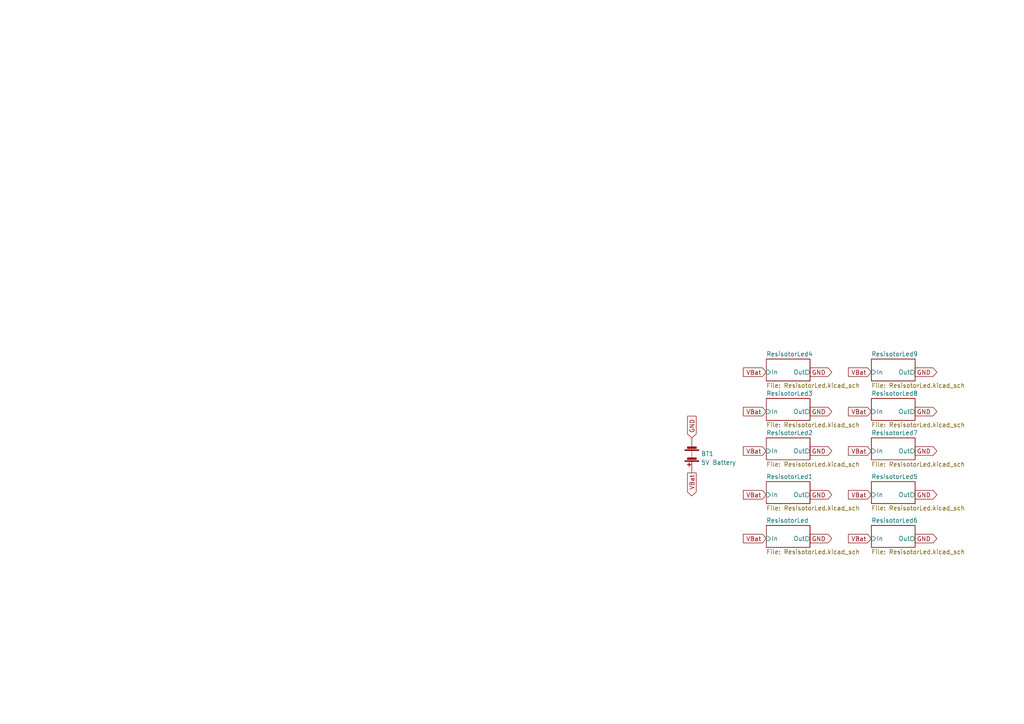
<source format=kicad_sch>
(kicad_sch (version 20211123) (generator eeschema)
  (paper "A4")
  (lib_symbols
    (symbol "Device:Battery" (pin_numbers hide) (pin_names (offset 0) hide)
      (property "Reference" "BT" (at 2.54 2.54 0))
      (property "Value" "Battery" (at 2.54 0 0))
      (symbol "Battery_0_1"
        (rectangle (start -2.032 -1.397) (end 2.032 -1.651) (fill (type outline)))
        (rectangle (start -2.032 1.778) (end 2.032 1.524) (fill (type outline)))
        (rectangle (start -1.3208 -1.9812) (end 1.27 -2.4892) (fill (type outline)))
        (rectangle (start -1.3208 1.1938) (end 1.27 0.6858) (fill (type outline)))
        (polyline (pts (xy 0 -1.524) (xy 0 -1.27)))
        (polyline (pts (xy 0 -1.016) (xy 0 -0.762)))
        (polyline (pts (xy 0 -0.508) (xy 0 -0.254)))
        (polyline (pts (xy 0 0) (xy 0 0.254)))
        (polyline (pts (xy 0 0.508) (xy 0 0.762)))
        (polyline (pts (xy 0 1.778) (xy 0 2.54)))
        (polyline (pts (xy 0.254 2.667) (xy 1.27 2.667)) (stroke (width 0.254)))
        (polyline (pts (xy 0.762 3.175) (xy 0.762 2.159)) (stroke (width 0.254)))
      )
      (symbol "Battery_1_1"
        (pin passive line (at 0 5.08 270) (length 2.54) (name "+") (number "1"))
        (pin passive line (at 0 -5.08 90) (length 2.54) (name "-") (number "2"))
      )
    )
  )
  (global_label "VBat" (shape output) (at 200.66 137.16 270) (property "Intersheet References" "${INTERSHEET_REFS}" (effects hide)))
  (global_label "GND" (shape output) (at 265.43 143.51 0) (property "Intersheet References" "${INTERSHEET_REFS}" (effects hide)))
  (global_label "VBat" (shape input) (at 252.73 143.51 180) (property "Intersheet References" "${INTERSHEET_REFS}" (effects hide)))
  (global_label "GND" (shape input) (at 200.66 127 90) (property "Intersheet References" "${INTERSHEET_REFS}" (effects hide)))
  (global_label "VBat" (shape input) (at 222.25 143.51 180) (property "Intersheet References" "${INTERSHEET_REFS}" (effects hide)))
  (global_label "VBat" (shape input) (at 252.73 156.21 180) (property "Intersheet References" "${INTERSHEET_REFS}" (effects hide)))
  (global_label "GND" (shape output) (at 234.95 119.38 0) (property "Intersheet References" "${INTERSHEET_REFS}" (effects hide)))
  (global_label "GND" (shape output) (at 234.95 107.95 0) (property "Intersheet References" "${INTERSHEET_REFS}" (effects hide)))
  (global_label "GND" (shape output) (at 234.95 156.21 0) (property "Intersheet References" "${INTERSHEET_REFS}" (effects hide)))
  (global_label "GND" (shape output) (at 265.43 107.95 0) (property "Intersheet References" "${INTERSHEET_REFS}" (effects hide)))
  (global_label "GND" (shape output) (at 265.43 156.21 0) (property "Intersheet References" "${INTERSHEET_REFS}" (effects hide)))
  (global_label "GND" (shape output) (at 234.95 143.51 0) (property "Intersheet References" "${INTERSHEET_REFS}" (effects hide)))
  (global_label "VBat" (shape input) (at 252.73 119.38 180) (property "Intersheet References" "${INTERSHEET_REFS}" (effects hide)))
  (global_label "VBat" (shape input) (at 222.25 156.21 180) (property "Intersheet References" "${INTERSHEET_REFS}" (effects hide)))
  (global_label "VBat" (shape input) (at 222.25 130.81 180) (property "Intersheet References" "${INTERSHEET_REFS}" (effects hide)))
  (global_label "VBat" (shape input) (at 222.25 107.95 180) (property "Intersheet References" "${INTERSHEET_REFS}" (effects hide)))
  (global_label "GND" (shape output) (at 265.43 119.38 0) (property "Intersheet References" "${INTERSHEET_REFS}" (effects hide)))
  (global_label "VBat" (shape input) (at 252.73 130.81 180) (property "Intersheet References" "${INTERSHEET_REFS}" (effects hide)))
  (global_label "VBat" (shape input) (at 222.25 119.38 180) (property "Intersheet References" "${INTERSHEET_REFS}" (effects hide)))
  (global_label "GND" (shape output) (at 265.43 130.81 0) (property "Intersheet References" "${INTERSHEET_REFS}" (effects hide)))
  (global_label "GND" (shape output) (at 234.95 130.81 0) (property "Intersheet References" "${INTERSHEET_REFS}" (effects hide)))
  (global_label "VBat" (shape input) (at 252.73 107.95 180) (property "Intersheet References" "${INTERSHEET_REFS}" (effects hide)))
  (symbol (lib_id "Device:Battery") (at 200.66 132.08 180) (unit 1)
    (property "Reference" "BT1" (at 203.327 131.6263 0) (effects (justify right)))
    (property "Value" "5V Battery" (at 203.327 134.1632 0) (effects (justify right)))
    (property "Footprint" "Battery:BatteryHolder_Keystone_1042_1x18650" (effects hide))
  )
  (sheet (at 222.25 139.7) (size 12.7 6.35) (stroke (width 0.1524))
    (property "Sheet name" "ResisotorLed1" (at 222.25 138.9884 0) (effects (justify left bottom)))
    (property "Sheet file" "ResisotorLed.kicad_sch" (at 222.25 146.6346 0) (effects (justify left top)))
    (pin "In" input (at 222.25 143.51 180))
    (pin "Out" output (at 234.95 143.51 0))
  )
  (sheet (at 252.73 127) (size 12.7 6.35) (stroke (width 0.1524))
    (property "Sheet name" "ResisotorLed7" (at 252.73 126.2884 0) (effects (justify left bottom)))
    (property "Sheet file" "ResisotorLed.kicad_sch" (at 252.73 133.9346 0) (effects (justify left top)))
    (pin "In" input (at 252.73 130.81 180))
    (pin "Out" output (at 265.43 130.81 0))
  )
  (sheet (at 252.73 104.14) (size 12.7 6.35) (stroke (width 0.1524))
    (property "Sheet name" "ResisotorLed9" (at 252.73 103.4284 0) (effects (justify left bottom)))
    (property "Sheet file" "ResisotorLed.kicad_sch" (at 252.73 111.0746 0) (effects (justify left top)))
    (pin "In" input (at 252.73 107.95 180))
    (pin "Out" output (at 265.43 107.95 0))
  )
  (sheet (at 222.25 104.14) (size 12.7 6.35) (stroke (width 0.1524))
    (property "Sheet name" "ResisotorLed4" (at 222.25 103.4284 0) (effects (justify left bottom)))
    (property "Sheet file" "ResisotorLed.kicad_sch" (at 222.25 111.0746 0) (effects (justify left top)))
    (pin "In" input (at 222.25 107.95 180))
    (pin "Out" output (at 234.95 107.95 0))
  )
  (sheet (at 252.73 115.57) (size 12.7 6.35) (stroke (width 0.1524))
    (property "Sheet name" "ResisotorLed8" (at 252.73 114.8584 0) (effects (justify left bottom)))
    (property "Sheet file" "ResisotorLed.kicad_sch" (at 252.73 122.5046 0) (effects (justify left top)))
    (pin "In" input (at 252.73 119.38 180))
    (pin "Out" output (at 265.43 119.38 0))
  )
  (sheet (at 222.25 115.57) (size 12.7 6.35) (stroke (width 0.1524))
    (property "Sheet name" "ResisotorLed3" (at 222.25 114.8584 0) (effects (justify left bottom)))
    (property "Sheet file" "ResisotorLed.kicad_sch" (at 222.25 122.5046 0) (effects (justify left top)))
    (pin "In" input (at 222.25 119.38 180))
    (pin "Out" output (at 234.95 119.38 0))
  )
  (sheet (at 252.73 139.7) (size 12.7 6.35) (stroke (width 0.1524))
    (property "Sheet name" "ResisotorLed5" (at 252.73 138.9884 0) (effects (justify left bottom)))
    (property "Sheet file" "ResisotorLed.kicad_sch" (at 252.73 146.6346 0) (effects (justify left top)))
    (pin "In" input (at 252.73 143.51 180))
    (pin "Out" output (at 265.43 143.51 0))
  )
  (sheet (at 222.25 127) (size 12.7 6.35) (stroke (width 0.1524))
    (property "Sheet name" "ResisotorLed2" (at 222.25 126.2884 0) (effects (justify left bottom)))
    (property "Sheet file" "ResisotorLed.kicad_sch" (at 222.25 133.9346 0) (effects (justify left top)))
    (pin "In" input (at 222.25 130.81 180))
    (pin "Out" output (at 234.95 130.81 0))
  )
  (sheet (at 252.73 152.4) (size 12.7 6.35) (stroke (width 0.1524))
    (property "Sheet name" "ResisotorLed6" (at 252.73 151.6884 0) (effects (justify left bottom)))
    (property "Sheet file" "ResisotorLed.kicad_sch" (at 252.73 159.3346 0) (effects (justify left top)))
    (pin "In" input (at 252.73 156.21 180))
    (pin "Out" output (at 265.43 156.21 0))
  )
  (sheet (at 222.25 152.4) (size 12.7 6.35) (stroke (width 0.1524))
    (property "Sheet name" "ResisotorLed" (at 222.25 151.6884 0) (effects (justify left bottom)))
    (property "Sheet file" "ResisotorLed.kicad_sch" (at 222.25 159.3346 0) (effects (justify left top)))
    (pin "In" input (at 222.25 156.21 180))
    (pin "Out" output (at 234.95 156.21 0))
  )
)
</source>
